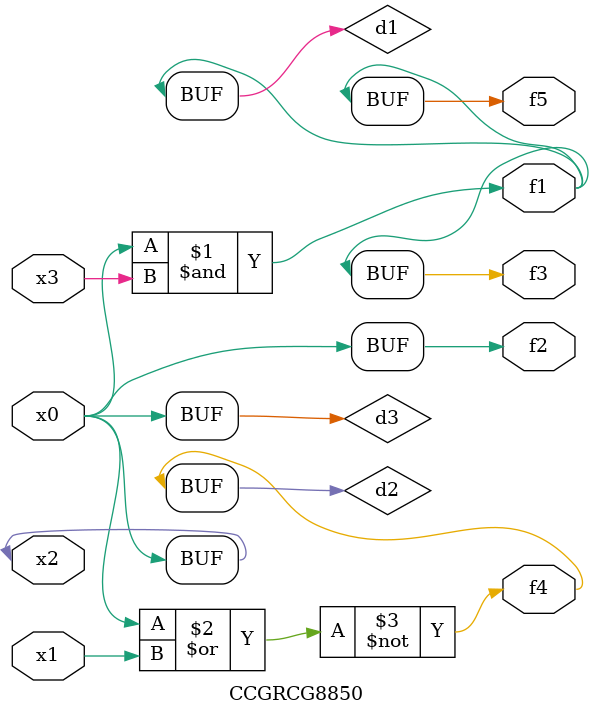
<source format=v>
module CCGRCG8850(
	input x0, x1, x2, x3,
	output f1, f2, f3, f4, f5
);

	wire d1, d2, d3;

	and (d1, x2, x3);
	nor (d2, x0, x1);
	buf (d3, x0, x2);
	assign f1 = d1;
	assign f2 = d3;
	assign f3 = d1;
	assign f4 = d2;
	assign f5 = d1;
endmodule

</source>
